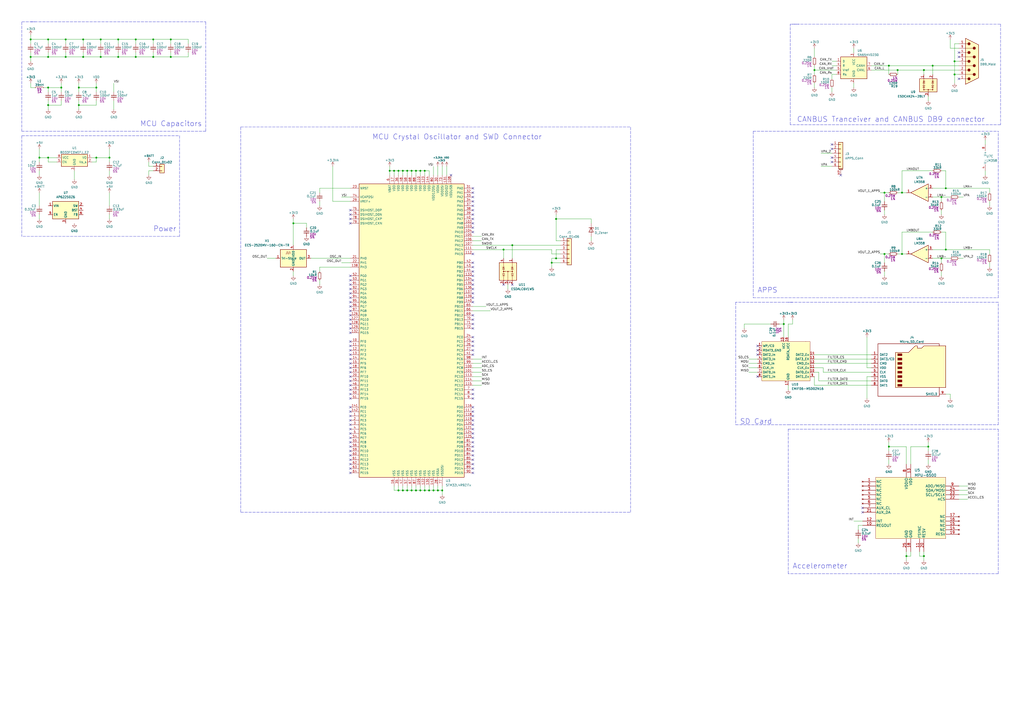
<source format=kicad_sch>
(kicad_sch (version 20211123) (generator eeschema)
  (paper "A2")
  (title_block (title "Electric Vehicle Control Unit") (date "2022-11-19") (rev "A") (company "ECE 490 Group 1"))
  (junction (at 251.46 284.48))
  (junction (at 553.72 35.56))
  (junction (at 233.68 99.06))
  (junction (at 236.22 99.06))
  (junction (at 320.04 152.4))
  (junction (at 99.06 22.86))
  (junction (at 238.76 284.48))
  (junction (at 256.54 284.48))
  (junction (at 548.64 109.22))
  (junction (at 27.94 50.8))
  (junction (at 99.06 33.02))
  (junction (at 243.84 99.06))
  (junction (at 472.44 40.64))
  (junction (at 88.9 22.86))
  (junction (at 55.88 91.44))
  (junction (at 78.74 33.02))
  (junction (at 231.14 99.06))
  (junction (at 553.72 43.18))
  (junction (at 228.6 99.06))
  (junction (at 538.48 259.08))
  (junction (at 48.26 33.02))
  (junction (at 243.84 284.48))
  (junction (at 27.94 60.96))
  (junction (at 17.78 33.02))
  (junction (at 68.58 33.02))
  (junction (at 548.64 144.78))
  (junction (at 27.94 33.02))
  (junction (at 22.86 91.44))
  (junction (at 523.24 147.32))
  (junction (at 78.74 22.86))
  (junction (at 535.94 40.64))
  (junction (at 231.14 284.48))
  (junction (at 63.5 91.44))
  (junction (at 520.7 40.64))
  (junction (at 525.78 322.58))
  (junction (at 246.38 99.06))
  (junction (at 35.56 50.8))
  (junction (at 523.24 111.76))
  (junction (at 238.76 99.06))
  (junction (at 38.1 22.86))
  (junction (at 48.26 22.86))
  (junction (at 546.1 149.86))
  (junction (at 515.62 38.1))
  (junction (at 515.62 259.08))
  (junction (at 241.3 284.48))
  (junction (at 236.22 284.48))
  (junction (at 27.94 91.44))
  (junction (at 58.42 33.02))
  (junction (at 55.88 50.8))
  (junction (at 226.06 99.06))
  (junction (at 513.08 147.32))
  (junction (at 513.08 111.76))
  (junction (at 254 284.48))
  (junction (at 322.58 127))
  (junction (at 45.72 60.96))
  (junction (at 27.94 22.86))
  (junction (at 292.1 144.78))
  (junction (at 38.1 33.02))
  (junction (at 17.78 22.86))
  (junction (at 170.18 129.54))
  (junction (at 241.3 99.06))
  (junction (at 58.42 22.86))
  (junction (at 88.9 33.02))
  (junction (at 535.94 322.58))
  (junction (at 546.1 114.3))
  (junction (at 454.66 187.96))
  (junction (at 233.68 284.48))
  (junction (at 248.92 284.48))
  (junction (at 541.02 38.1))
  (junction (at 246.38 284.48))
  (junction (at 68.58 22.86))
  (junction (at 45.72 50.8))
  (junction (at 297.18 142.24))
  (junction (at 322.58 149.86))
  (no_connect (at 439.42 200.66))
  (no_connect (at 203.2 170.18))
  (no_connect (at 203.2 175.26))
  (no_connect (at 203.2 172.72))
  (no_connect (at 203.2 180.34))
  (no_connect (at 203.2 177.8))
  (no_connect (at 203.2 218.44))
  (no_connect (at 203.2 215.9))
  (no_connect (at 203.2 228.6))
  (no_connect (at 203.2 205.74))
  (no_connect (at 203.2 185.42))
  (no_connect (at 203.2 187.96))
  (no_connect (at 203.2 190.5))
  (no_connect (at 203.2 193.04))
  (no_connect (at 203.2 203.2))
  (no_connect (at 203.2 198.12))
  (no_connect (at 203.2 200.66))
  (no_connect (at 203.2 182.88))
  (no_connect (at 203.2 167.64))
  (no_connect (at 203.2 160.02))
  (no_connect (at 203.2 165.1))
  (no_connect (at 203.2 162.56))
  (no_connect (at 274.32 269.24))
  (no_connect (at 274.32 271.78))
  (no_connect (at 274.32 274.32))
  (no_connect (at 203.2 274.32))
  (no_connect (at 203.2 246.38))
  (no_connect (at 203.2 241.3))
  (no_connect (at 203.2 238.76))
  (no_connect (at 203.2 243.84))
  (no_connect (at 203.2 236.22))
  (no_connect (at 203.2 231.14))
  (no_connect (at 203.2 223.52))
  (no_connect (at 203.2 208.28))
  (no_connect (at 203.2 213.36))
  (no_connect (at 203.2 226.06))
  (no_connect (at 203.2 220.98))
  (no_connect (at 203.2 210.82))
  (no_connect (at 203.2 254))
  (no_connect (at 203.2 248.92))
  (no_connect (at 203.2 251.46))
  (no_connect (at 203.2 256.54))
  (no_connect (at 203.2 261.62))
  (no_connect (at 203.2 259.08))
  (no_connect (at 203.2 266.7))
  (no_connect (at 203.2 271.78))
  (no_connect (at 203.2 264.16))
  (no_connect (at 203.2 269.24))
  (no_connect (at 274.32 256.54))
  (no_connect (at 274.32 259.08))
  (no_connect (at 274.32 261.62))
  (no_connect (at 274.32 266.7))
  (no_connect (at 274.32 254))
  (no_connect (at 274.32 264.16))
  (no_connect (at 274.32 251.46))
  (no_connect (at 274.32 248.92))
  (no_connect (at 274.32 243.84))
  (no_connect (at 203.2 121.92))
  (no_connect (at 203.2 127))
  (no_connect (at 203.2 129.54))
  (no_connect (at 203.2 124.46))
  (no_connect (at 439.42 203.2))
  (no_connect (at 297.18 165.1))
  (no_connect (at 292.1 165.1))
  (no_connect (at 274.32 187.96))
  (no_connect (at 274.32 190.5))
  (no_connect (at 274.32 116.84))
  (no_connect (at 261.62 101.6))
  (no_connect (at 274.32 109.22))
  (no_connect (at 274.32 111.76))
  (no_connect (at 274.32 114.3))
  (no_connect (at 274.32 134.62))
  (no_connect (at 274.32 132.08))
  (no_connect (at 274.32 127))
  (no_connect (at 274.32 129.54))
  (no_connect (at 274.32 121.92))
  (no_connect (at 274.32 124.46))
  (no_connect (at 274.32 119.38))
  (no_connect (at 274.32 162.56))
  (no_connect (at 274.32 175.26))
  (no_connect (at 274.32 165.1))
  (no_connect (at 274.32 170.18))
  (no_connect (at 274.32 172.72))
  (no_connect (at 274.32 167.64))
  (no_connect (at 274.32 185.42))
  (no_connect (at 274.32 157.48))
  (no_connect (at 274.32 160.02))
  (no_connect (at 274.32 152.4))
  (no_connect (at 274.32 147.32))
  (no_connect (at 274.32 182.88))
  (no_connect (at 274.32 154.94))
  (no_connect (at 274.32 195.58))
  (no_connect (at 274.32 198.12))
  (no_connect (at 274.32 203.2))
  (no_connect (at 274.32 205.74))
  (no_connect (at 274.32 200.66))
  (no_connect (at 274.32 228.6))
  (no_connect (at 274.32 226.06))
  (no_connect (at 274.32 231.14))
  (no_connect (at 274.32 246.38))
  (no_connect (at 274.32 241.3))
  (no_connect (at 274.32 238.76))
  (no_connect (at 274.32 236.22))
  (no_connect (at 482.6 91.44))
  (no_connect (at 482.6 93.98))
  (no_connect (at 482.6 83.82))
  (no_connect (at 482.6 86.36))
  (no_connect (at 556.26 30.48))
  (no_connect (at 556.26 33.02))
  (no_connect (at 556.26 45.72))
  (no_connect (at 500.38 294.64))
  (no_connect (at 500.38 297.18))
  (no_connect (at 487.68 101.6))
  (no_connect (at 439.42 218.44))
  (no_connect (at 439.42 205.74))
  (wire (pts (xy 274.32 220.98) (xy 279.4 220.98)))
  (wire (pts (xy 274.32 213.36) (xy 279.4 213.36)))
  (wire (pts (xy 482.6 35.56) (xy 485.14 35.56)))
  (wire (pts (xy 254 96.52) (xy 254 101.6)))
  (polyline (pts (xy 579.12 172.72) (xy 579.12 76.2)))
  (wire (pts (xy 474.98 220.98) (xy 505.46 220.98)))
  (wire (pts (xy 452.12 187.96) (xy 454.66 187.96)))
  (wire (pts (xy 294.64 167.64) (xy 294.64 165.1)))
  (wire (pts (xy 27.94 50.8) (xy 35.56 50.8)))
  (wire (pts (xy 99.06 30.48) (xy 99.06 33.02)))
  (wire (pts (xy 251.46 284.48) (xy 248.92 284.48)))
  (wire (pts (xy 154.94 149.86) (xy 160.02 149.86)))
  (wire (pts (xy 55.88 50.8) (xy 45.72 50.8)))
  (wire (pts (xy 248.92 284.48) (xy 246.38 284.48)))
  (wire (pts (xy 297.18 142.24) (xy 325.12 142.24)))
  (polyline (pts (xy 436.88 76.2) (xy 579.12 76.2)))
  (wire (pts (xy 55.88 91.44) (xy 63.5 91.44)))
  (wire (pts (xy 571.5 101.6) (xy 571.5 99.06)))
  (wire (pts (xy 548.64 109.22) (xy 541.02 109.22)))
  (polyline (pts (xy 12.7 78.74) (xy 104.14 78.74)))
  (wire (pts (xy 109.22 22.86) (xy 109.22 25.4)))
  (wire (pts (xy 88.9 22.86) (xy 99.06 22.86)))
  (polyline (pts (xy 12.7 12.7) (xy 20.32 12.7)))
  (wire (pts (xy 457.2 226.06) (xy 457.2 223.52)))
  (wire (pts (xy 226.06 99.06) (xy 226.06 101.6)))
  (wire (pts (xy 78.74 33.02) (xy 68.58 33.02)))
  (wire (pts (xy 243.84 99.06) (xy 241.3 99.06)))
  (wire (pts (xy 556.26 27.94) (xy 551.18 27.94)))
  (wire (pts (xy 574.04 144.78) (xy 574.04 147.32)))
  (wire (pts (xy 325.12 152.4) (xy 320.04 152.4)))
  (wire (pts (xy 251.46 96.52) (xy 251.46 101.6)))
  (wire (pts (xy 17.78 50.8) (xy 20.32 50.8)))
  (wire (pts (xy 320.04 149.86) (xy 320.04 152.4)))
  (wire (pts (xy 45.72 48.26) (xy 45.72 50.8)))
  (wire (pts (xy 231.14 281.94) (xy 231.14 284.48)))
  (wire (pts (xy 256.54 284.48) (xy 254 284.48)))
  (wire (pts (xy 246.38 284.48) (xy 243.84 284.48)))
  (wire (pts (xy 259.08 96.52) (xy 259.08 101.6)))
  (wire (pts (xy 342.9 139.7) (xy 342.9 137.16)))
  (wire (pts (xy 515.62 147.32) (xy 513.08 147.32)))
  (wire (pts (xy 256.54 281.94) (xy 256.54 284.48)))
  (wire (pts (xy 231.14 284.48) (xy 228.6 284.48)))
  (wire (pts (xy 528.32 259.08) (xy 528.32 269.24)))
  (wire (pts (xy 274.32 218.44) (xy 279.4 218.44)))
  (wire (pts (xy 78.74 22.86) (xy 88.9 22.86)))
  (wire (pts (xy 274.32 142.24) (xy 297.18 142.24)))
  (wire (pts (xy 546.1 99.06) (xy 548.64 99.06)))
  (polyline (pts (xy 579.12 246.38) (xy 579.12 175.26)))
  (wire (pts (xy 63.5 101.6) (xy 63.5 99.06)))
  (wire (pts (xy 546.1 157.48) (xy 546.1 160.02)))
  (wire (pts (xy 482.6 53.34) (xy 482.6 50.8)))
  (wire (pts (xy 292.1 144.78) (xy 292.1 149.86)))
  (wire (pts (xy 558.8 149.86) (xy 556.26 149.86)))
  (wire (pts (xy 551.18 228.6) (xy 551.18 231.14)))
  (wire (pts (xy 525.78 320.04) (xy 525.78 322.58)))
  (polyline (pts (xy 579.12 175.26) (xy 457.2 175.26)))
  (wire (pts (xy 553.72 35.56) (xy 553.72 43.18)))
  (wire (pts (xy 238.76 284.48) (xy 236.22 284.48)))
  (wire (pts (xy 513.08 111.76) (xy 510.54 111.76)))
  (wire (pts (xy 68.58 33.02) (xy 58.42 33.02)))
  (wire (pts (xy 525.78 322.58) (xy 528.32 322.58)))
  (wire (pts (xy 546.1 149.86) (xy 541.02 149.86)))
  (wire (pts (xy 27.94 33.02) (xy 17.78 33.02)))
  (polyline (pts (xy 579.12 332.74) (xy 457.2 332.74)))
  (wire (pts (xy 495.3 302.26) (xy 500.38 302.26)))
  (wire (pts (xy 472.44 40.64) (xy 472.44 43.18)))
  (wire (pts (xy 53.34 91.44) (xy 55.88 91.44)))
  (wire (pts (xy 254 284.48) (xy 251.46 284.48)))
  (wire (pts (xy 497.84 304.8) (xy 497.84 307.34)))
  (wire (pts (xy 66.04 53.34) (xy 66.04 48.26)))
  (polyline (pts (xy 459.74 13.97) (xy 580.39 13.97)))
  (wire (pts (xy 58.42 22.86) (xy 58.42 25.4)))
  (wire (pts (xy 35.56 48.26) (xy 35.56 50.8)))
  (wire (pts (xy 17.78 22.86) (xy 17.78 25.4)))
  (wire (pts (xy 45.72 50.8) (xy 45.72 53.34)))
  (polyline (pts (xy 436.88 172.72) (xy 579.12 172.72)))
  (wire (pts (xy 571.5 81.28) (xy 571.5 83.82)))
  (wire (pts (xy 546.1 114.3) (xy 546.1 116.84)))
  (wire (pts (xy 505.46 38.1) (xy 515.62 38.1)))
  (polyline (pts (xy 119.38 12.7) (xy 119.38 76.2)))
  (wire (pts (xy 33.02 93.98) (xy 27.94 93.98)))
  (wire (pts (xy 238.76 99.06) (xy 238.76 101.6)))
  (wire (pts (xy 99.06 33.02) (xy 88.9 33.02)))
  (wire (pts (xy 238.76 281.94) (xy 238.76 284.48)))
  (wire (pts (xy 27.94 50.8) (xy 27.94 53.34)))
  (wire (pts (xy 236.22 99.06) (xy 233.68 99.06)))
  (wire (pts (xy 17.78 30.48) (xy 17.78 33.02)))
  (wire (pts (xy 515.62 38.1) (xy 515.62 43.18)))
  (wire (pts (xy 535.94 40.64) (xy 535.94 43.18)))
  (wire (pts (xy 513.08 124.46) (xy 513.08 121.92)))
  (wire (pts (xy 53.34 93.98) (xy 55.88 93.98)))
  (wire (pts (xy 231.14 99.06) (xy 231.14 101.6)))
  (wire (pts (xy 574.04 144.78) (xy 548.64 144.78)))
  (polyline (pts (xy 436.88 76.2) (xy 436.88 172.72)))
  (wire (pts (xy 185.42 109.22) (xy 203.2 109.22)))
  (wire (pts (xy 574.04 116.84) (xy 574.04 119.38)))
  (wire (pts (xy 574.04 109.22) (xy 548.64 109.22)))
  (wire (pts (xy 472.44 50.8) (xy 472.44 48.26)))
  (wire (pts (xy 342.9 129.54) (xy 342.9 127)))
  (wire (pts (xy 485.14 43.18) (xy 482.6 43.18)))
  (wire (pts (xy 88.9 30.48) (xy 88.9 33.02)))
  (wire (pts (xy 502.92 218.44) (xy 505.46 218.44)))
  (polyline (pts (xy 458.47 72.39) (xy 458.47 13.97)))
  (polyline (pts (xy 579.12 248.92) (xy 579.12 332.74)))
  (wire (pts (xy 574.04 152.4) (xy 574.04 154.94)))
  (wire (pts (xy 170.18 129.54) (xy 177.8 129.54)))
  (wire (pts (xy 55.88 48.26) (xy 55.88 50.8)))
  (wire (pts (xy 525.78 147.32) (xy 523.24 147.32)))
  (wire (pts (xy 515.62 111.76) (xy 513.08 111.76)))
  (wire (pts (xy 274.32 210.82) (xy 279.4 210.82)))
  (wire (pts (xy 274.32 144.78) (xy 292.1 144.78)))
  (wire (pts (xy 482.6 38.1) (xy 485.14 38.1)))
  (wire (pts (xy 525.78 111.76) (xy 523.24 111.76)))
  (wire (pts (xy 551.18 114.3) (xy 546.1 114.3)))
  (wire (pts (xy 58.42 33.02) (xy 48.26 33.02)))
  (wire (pts (xy 513.08 147.32) (xy 510.54 147.32)))
  (wire (pts (xy 254 281.94) (xy 254 284.48)))
  (wire (pts (xy 27.94 58.42) (xy 27.94 60.96)))
  (wire (pts (xy 434.34 215.9) (xy 439.42 215.9)))
  (wire (pts (xy 497.84 314.96) (xy 497.84 312.42)))
  (wire (pts (xy 243.84 99.06) (xy 243.84 101.6)))
  (wire (pts (xy 55.88 60.96) (xy 45.72 60.96)))
  (polyline (pts (xy 426.72 246.38) (xy 457.2 246.38)))
  (wire (pts (xy 248.92 101.6) (xy 248.92 99.06)))
  (wire (pts (xy 58.42 30.48) (xy 58.42 33.02)))
  (wire (pts (xy 228.6 99.06) (xy 228.6 101.6)))
  (wire (pts (xy 520.7 40.64) (xy 520.7 43.18)))
  (wire (pts (xy 515.62 259.08) (xy 515.62 261.62)))
  (polyline (pts (xy 457.2 248.92) (xy 579.12 248.92)))
  (wire (pts (xy 553.72 43.18) (xy 553.72 48.26)))
  (wire (pts (xy 17.78 48.26) (xy 17.78 50.8)))
  (wire (pts (xy 320.04 152.4) (xy 320.04 154.94)))
  (wire (pts (xy 548.64 144.78) (xy 541.02 144.78)))
  (wire (pts (xy 472.44 208.28) (xy 505.46 208.28)))
  (wire (pts (xy 476.25 88.9) (xy 482.6 88.9)))
  (wire (pts (xy 538.48 259.08) (xy 538.48 261.62)))
  (wire (pts (xy 472.44 205.74) (xy 505.46 205.74)))
  (wire (pts (xy 17.78 33.02) (xy 17.78 35.56)))
  (wire (pts (xy 27.94 60.96) (xy 35.56 60.96)))
  (wire (pts (xy 48.26 22.86) (xy 48.26 25.4)))
  (wire (pts (xy 238.76 99.06) (xy 236.22 99.06)))
  (polyline (pts (xy 17.78 12.7) (xy 119.38 12.7)))
  (polyline (pts (xy 104.14 78.74) (xy 104.14 137.16)))
  (wire (pts (xy 500.38 304.8) (xy 497.84 304.8)))
  (wire (pts (xy 243.84 281.94) (xy 243.84 284.48)))
  (wire (pts (xy 546.1 134.62) (xy 548.64 134.62)))
  (wire (pts (xy 574.04 109.22) (xy 574.04 111.76)))
  (wire (pts (xy 78.74 30.48) (xy 78.74 33.02)))
  (wire (pts (xy 236.22 281.94) (xy 236.22 284.48)))
  (wire (pts (xy 246.38 281.94) (xy 246.38 284.48)))
  (wire (pts (xy 553.72 25.4) (xy 553.72 35.56)))
  (wire (pts (xy 233.68 99.06) (xy 231.14 99.06)))
  (wire (pts (xy 551.18 22.86) (xy 551.18 27.94)))
  (wire (pts (xy 434.34 213.36) (xy 439.42 213.36)))
  (wire (pts (xy 535.94 322.58) (xy 535.94 325.12)))
  (wire (pts (xy 109.22 33.02) (xy 99.06 33.02)))
  (wire (pts (xy 55.88 58.42) (xy 55.88 60.96)))
  (wire (pts (xy 533.4 320.04) (xy 533.4 322.58)))
  (wire (pts (xy 281.94 177.8) (xy 274.32 177.8)))
  (wire (pts (xy 99.06 22.86) (xy 109.22 22.86)))
  (wire (pts (xy 246.38 99.06) (xy 246.38 101.6)))
  (wire (pts (xy 474.98 220.98) (xy 474.98 215.9)))
  (wire (pts (xy 63.5 91.44) (xy 63.5 93.98)))
  (wire (pts (xy 109.22 30.48) (xy 109.22 33.02)))
  (wire (pts (xy 274.32 208.28) (xy 279.4 208.28)))
  (wire (pts (xy 231.14 99.06) (xy 228.6 99.06)))
  (polyline (pts (xy 580.39 72.39) (xy 458.47 72.39)))
  (wire (pts (xy 556.26 281.94) (xy 561.34 281.94)))
  (wire (pts (xy 495.3 27.94) (xy 495.3 30.48)))
  (wire (pts (xy 185.42 162.56) (xy 185.42 165.1)))
  (wire (pts (xy 193.04 96.52) (xy 193.04 116.84)))
  (wire (pts (xy 22.86 124.46) (xy 22.86 127)))
  (wire (pts (xy 22.86 91.44) (xy 22.86 93.98)))
  (wire (pts (xy 472.44 27.94) (xy 472.44 33.02)))
  (wire (pts (xy 22.86 111.76) (xy 22.86 119.38)))
  (wire (pts (xy 241.3 99.06) (xy 241.3 101.6)))
  (wire (pts (xy 556.26 284.48) (xy 561.34 284.48)))
  (wire (pts (xy 322.58 144.78) (xy 322.58 149.86)))
  (polyline (pts (xy 12.7 78.74) (xy 12.7 137.16)))
  (wire (pts (xy 434.34 210.82) (xy 439.42 210.82)))
  (wire (pts (xy 556.26 35.56) (xy 553.72 35.56)))
  (wire (pts (xy 88.9 99.06) (xy 86.36 99.06)))
  (wire (pts (xy 274.32 137.16) (xy 279.4 137.16)))
  (wire (pts (xy 538.48 256.54) (xy 538.48 259.08)))
  (wire (pts (xy 454.66 187.96) (xy 454.66 195.58)))
  (wire (pts (xy 55.88 93.98) (xy 55.88 91.44)))
  (wire (pts (xy 33.02 91.44) (xy 27.94 91.44)))
  (wire (pts (xy 22.86 86.36) (xy 22.86 91.44)))
  (polyline (pts (xy 457.2 332.74) (xy 457.2 248.92)))
  (wire (pts (xy 502.92 195.58) (xy 502.92 213.36)))
  (wire (pts (xy 251.46 281.94) (xy 251.46 284.48)))
  (wire (pts (xy 546.1 149.86) (xy 546.1 152.4)))
  (wire (pts (xy 551.18 149.86) (xy 546.1 149.86)))
  (wire (pts (xy 248.92 281.94) (xy 248.92 284.48)))
  (wire (pts (xy 558.8 114.3) (xy 556.26 114.3)))
  (polyline (pts (xy 12.7 76.2) (xy 12.7 12.7)))
  (wire (pts (xy 27.94 60.96) (xy 27.94 63.5)))
  (wire (pts (xy 548.64 134.62) (xy 548.64 144.78)))
  (wire (pts (xy 27.94 93.98) (xy 27.94 91.44)))
  (wire (pts (xy 170.18 160.02) (xy 170.18 157.48)))
  (wire (pts (xy 66.04 58.42) (xy 66.04 63.5)))
  (wire (pts (xy 38.1 30.48) (xy 38.1 33.02)))
  (wire (pts (xy 513.08 160.02) (xy 513.08 157.48)))
  (wire (pts (xy 292.1 144.78) (xy 320.04 144.78)))
  (wire (pts (xy 63.5 124.46) (xy 63.5 127)))
  (wire (pts (xy 325.12 144.78) (xy 322.58 144.78)))
  (wire (pts (xy 523.24 134.62) (xy 523.24 147.32)))
  (wire (pts (xy 502.92 218.44) (xy 502.92 231.14)))
  (wire (pts (xy 520.7 40.64) (xy 535.94 40.64)))
  (wire (pts (xy 226.06 96.52) (xy 226.06 99.06)))
  (wire (pts (xy 472.44 213.36) (xy 477.52 213.36)))
  (wire (pts (xy 185.42 109.22) (xy 185.42 111.76)))
  (polyline (pts (xy 459.74 175.26) (xy 426.72 175.26)))
  (wire (pts (xy 203.2 116.84) (xy 193.04 116.84)))
  (polyline (pts (xy 458.47 13.97) (xy 463.55 13.97)))
  (wire (pts (xy 523.24 99.06) (xy 523.24 111.76)))
  (wire (pts (xy 198.12 152.4) (xy 203.2 152.4)))
  (wire (pts (xy 88.9 22.86) (xy 88.9 25.4)))
  (wire (pts (xy 535.94 320.04) (xy 535.94 322.58)))
  (wire (pts (xy 99.06 22.86) (xy 99.06 25.4)))
  (wire (pts (xy 236.22 99.06) (xy 236.22 101.6)))
  (wire (pts (xy 233.68 281.94) (xy 233.68 284.48)))
  (wire (pts (xy 243.84 284.48) (xy 241.3 284.48)))
  (wire (pts (xy 27.94 22.86) (xy 17.78 22.86)))
  (wire (pts (xy 38.1 22.86) (xy 38.1 25.4)))
  (wire (pts (xy 472.44 223.52) (xy 505.46 223.52)))
  (wire (pts (xy 68.58 22.86) (xy 68.58 25.4)))
  (wire (pts (xy 35.56 50.8) (xy 35.56 53.34)))
  (wire (pts (xy 472.44 210.82) (xy 505.46 210.82)))
  (wire (pts (xy 88.9 33.02) (xy 78.74 33.02)))
  (wire (pts (xy 457.2 187.96) (xy 457.2 195.58)))
  (wire (pts (xy 513.08 147.32) (xy 513.08 152.4)))
  (wire (pts (xy 556.26 287.02) (xy 561.34 287.02)))
  (polyline (pts (xy 139.7 297.18) (xy 365.76 297.18)))
  (wire (pts (xy 523.24 147.32) (xy 520.7 147.32)))
  (wire (pts (xy 233.68 284.48) (xy 231.14 284.48)))
  (wire (pts (xy 274.32 223.52) (xy 279.4 223.52)))
  (wire (pts (xy 27.94 22.86) (xy 38.1 22.86)))
  (wire (pts (xy 256.54 284.48) (xy 256.54 287.02)))
  (wire (pts (xy 88.9 96.52) (xy 86.36 96.52)))
  (wire (pts (xy 180.34 149.86) (xy 203.2 149.86)))
  (polyline (pts (xy 365.76 297.18) (xy 365.76 73.66)))
  (wire (pts (xy 297.18 142.24) (xy 297.18 149.86)))
  (wire (pts (xy 48.26 22.86) (xy 58.42 22.86)))
  (wire (pts (xy 457.2 187.96) (xy 459.74 187.96)))
  (wire (pts (xy 170.18 127) (xy 170.18 129.54)))
  (wire (pts (xy 322.58 127) (xy 342.9 127)))
  (wire (pts (xy 241.3 281.94) (xy 241.3 284.48)))
  (wire (pts (xy 58.42 22.86) (xy 68.58 22.86)))
  (wire (pts (xy 17.78 20.32) (xy 17.78 22.86)))
  (wire (pts (xy 27.94 25.4) (xy 27.94 22.86)))
  (wire (pts (xy 528.32 320.04) (xy 528.32 322.58)))
  (wire (pts (xy 233.68 99.06) (xy 233.68 101.6)))
  (wire (pts (xy 284.48 180.34) (xy 274.32 180.34)))
  (polyline (pts (xy 139.7 73.66) (xy 139.7 297.18)))
  (wire (pts (xy 431.8 187.96) (xy 431.8 190.5)))
  (wire (pts (xy 459.74 185.42) (xy 459.74 187.96)))
  (wire (pts (xy 246.38 99.06) (xy 243.84 99.06)))
  (wire (pts (xy 502.92 213.36) (xy 505.46 213.36)))
  (wire (pts (xy 198.12 114.3) (xy 203.2 114.3)))
  (wire (pts (xy 515.62 269.24) (xy 515.62 266.7)))
  (wire (pts (xy 45.72 58.42) (xy 45.72 60.96)))
  (wire (pts (xy 477.52 213.36) (xy 477.52 215.9)))
  (wire (pts (xy 495.3 50.8) (xy 495.3 48.26)))
  (wire (pts (xy 513.08 111.76) (xy 513.08 116.84)))
  (wire (pts (xy 170.18 129.54) (xy 170.18 142.24)))
  (wire (pts (xy 535.94 40.64) (xy 556.26 40.64)))
  (wire (pts (xy 86.36 93.98) (xy 86.36 96.52)))
  (wire (pts (xy 256.54 96.52) (xy 256.54 101.6)))
  (wire (pts (xy 546.1 114.3) (xy 541.02 114.3)))
  (wire (pts (xy 472.44 40.64) (xy 485.14 40.64)))
  (wire (pts (xy 533.4 322.58) (xy 535.94 322.58)))
  (wire (pts (xy 538.48 58.42) (xy 538.48 55.88)))
  (wire (pts (xy 505.46 40.64) (xy 520.7 40.64)))
  (polyline (pts (xy 119.38 76.2) (xy 12.7 76.2)))
  (wire (pts (xy 38.1 22.86) (xy 48.26 22.86)))
  (wire (pts (xy 434.34 208.28) (xy 439.42 208.28)))
  (wire (pts (xy 472.44 218.44) (xy 472.44 223.52)))
  (wire (pts (xy 22.86 99.06) (xy 22.86 101.6)))
  (wire (pts (xy 48.26 30.48) (xy 48.26 33.02)))
  (wire (pts (xy 525.78 259.08) (xy 525.78 269.24)))
  (wire (pts (xy 35.56 58.42) (xy 35.56 60.96)))
  (wire (pts (xy 228.6 99.06) (xy 226.06 99.06)))
  (wire (pts (xy 86.36 99.06) (xy 86.36 101.6)))
  (wire (pts (xy 538.48 269.24) (xy 538.48 266.7)))
  (wire (pts (xy 541.02 99.06) (xy 523.24 99.06)))
  (wire (pts (xy 45.72 60.96) (xy 45.72 63.5)))
  (wire (pts (xy 228.6 284.48) (xy 228.6 281.94)))
  (wire (pts (xy 320.04 144.78) (xy 320.04 147.32)))
  (wire (pts (xy 325.12 149.86) (xy 322.58 149.86)))
  (wire (pts (xy 561.34 289.56) (xy 556.26 289.56)))
  (polyline (pts (xy 580.39 13.97) (xy 580.39 72.39)))
  (wire (pts (xy 472.44 38.1) (xy 472.44 40.64)))
  (wire (pts (xy 556.26 25.4) (xy 553.72 25.4)))
  (wire (pts (xy 48.26 33.02) (xy 38.1 33.02)))
  (wire (pts (xy 546.1 121.92) (xy 546.1 124.46)))
  (wire (pts (xy 78.74 22.86) (xy 78.74 25.4)))
  (wire (pts (xy 482.6 43.18) (xy 482.6 45.72)))
  (wire (pts (xy 241.3 99.06) (xy 238.76 99.06)))
  (wire (pts (xy 525.78 322.58) (xy 525.78 325.12)))
  (wire (pts (xy 476.25 96.52) (xy 482.6 96.52)))
  (wire (pts (xy 515.62 38.1) (xy 541.02 38.1)))
  (polyline (pts (xy 139.7 73.66) (xy 365.76 73.66)))
  (wire (pts (xy 185.42 154.94) (xy 185.42 157.48)))
  (wire (pts (xy 553.72 43.18) (xy 556.26 43.18)))
  (wire (pts (xy 185.42 119.38) (xy 185.42 116.84)))
  (wire (pts (xy 38.1 33.02) (xy 27.94 33.02)))
  (wire (pts (xy 541.02 38.1) (xy 556.26 38.1)))
  (wire (pts (xy 236.22 284.48) (xy 233.68 284.48)))
  (wire (pts (xy 274.32 215.9) (xy 279.4 215.9)))
  (wire (pts (xy 548.64 228.6) (xy 551.18 228.6)))
  (wire (pts (xy 248.92 99.06) (xy 246.38 99.06)))
  (wire (pts (xy 25.4 50.8) (xy 27.94 50.8)))
  (wire (pts (xy 525.78 259.08) (xy 515.62 259.08)))
  (wire (pts (xy 27.94 33.02) (xy 27.94 30.48)))
  (polyline (pts (xy 104.14 137.16) (xy 12.7 137.16)))
  (wire (pts (xy 548.64 99.06) (xy 548.64 109.22)))
  (wire (pts (xy 454.66 185.42) (xy 454.66 187.96)))
  (wire (pts (xy 515.62 256.54) (xy 515.62 259.08)))
  (wire (pts (xy 241.3 284.48) (xy 238.76 284.48)))
  (wire (pts (xy 68.58 30.48) (xy 68.58 33.02)))
  (wire (pts (xy 528.32 259.08) (xy 538.48 259.08)))
  (polyline (pts (xy 426.72 175.26) (xy 426.72 246.38)))
  (wire (pts (xy 177.8 129.54) (xy 177.8 132.08)))
  (wire (pts (xy 322.58 124.46) (xy 322.58 127)))
  (wire (pts (xy 68.58 22.86) (xy 78.74 22.86)))
  (wire (pts (xy 472.44 215.9) (xy 474.98 215.9)))
  (wire (pts (xy 203.2 154.94) (xy 185.42 154.94)))
  (wire (pts (xy 322.58 149.86) (xy 320.04 149.86)))
  (polyline (pts (xy 457.2 246.38) (xy 579.12 246.38)))
  (wire (pts (xy 541.02 38.1) (xy 541.02 43.18)))
  (wire (pts (xy 541.02 134.62) (xy 523.24 134.62)))
  (wire (pts (xy 27.94 91.44) (xy 22.86 91.44)))
  (wire (pts (xy 447.04 187.96) (xy 431.8 187.96)))
  (wire (pts (xy 63.5 111.76) (xy 63.5 119.38)))
  (wire (pts (xy 320.04 147.32) (xy 325.12 147.32)))
  (wire (pts (xy 477.52 215.9) (xy 505.46 215.9)))
  (wire (pts (xy 55.88 53.34) (xy 55.88 50.8)))
  (wire (pts (xy 322.58 127) (xy 322.58 139.7)))
  (wire (pts (xy 43.18 99.06) (xy 43.18 104.14)))
  (wire (pts (xy 523.24 111.76) (xy 520.7 111.76)))
  (wire (pts (xy 274.32 139.7) (xy 279.4 139.7)))
  (wire (pts (xy 63.5 86.36) (xy 63.5 91.44)))
  (wire (pts (xy 325.12 139.7) (xy 322.58 139.7)))
  (text "Accelerometer" (at 459.74 330.2 0) (effects (font (size 3 3)) (justify left bottom)))
  (text "SD Card\n" (at 429.26 246.38 0) (effects (font (size 3 3)) (justify left bottom)))
  (text "Power \n" (at 88.9 134.62 0) (effects (font (size 3 3)) (justify left bottom)))
  (text "MCU Capacitors\n" (at 81.28 73.66 0) (effects (font (size 3 3)) (justify left bottom)))
  (text "CANBUS Tranceiver and CANBUS DB9 connector" (at 462.28 71.12 0) (effects (font (size 3 3)) (justify left bottom)))
  (text "APPS\n" (at 439.42 170.18 0) (effects (font (size 3 3)) (justify left bottom)))
  (text "MCU Crystal Oscillator and SWD Connector\n" (at 215.9 81.28 0) (effects (font (size 3 3)) (justify left bottom)))
  (label "LMBOUT" (at 525.78 134.62 0))
  (label "LMB-" (at 543.56 149.86 0))
  (label "VPA" (at 558.8 114.3 0))
  (label "SD_CS" (at 434.34 208.28 180))
  (label "FILTER_DAT1" (at 480.06 223.52 0))
  (label "SWCLK" (at 281.94 144.78 0))
  (label "CAN_TX" (at 482.6 35.56 180))
  (label "MOSI" (at 434.34 210.82 180))
  (label "SCK" (at 561.34 287.02 0))
  (label "ACCEL_CS" (at 279.4 210.82 0))
  (label "SWDIO" (at 279.4 142.24 0))
  (label "INT" (at 279.4 208.28 0))
  (label "VPA_2" (at 558.8 149.86 0))
  (label "FILTER_CS" (at 480.06 208.28 0))
  (label "VPA" (at 476.25 96.52 0))
  (label "MOSI" (at 279.4 223.52 0))
  (label "OSC_IN" (at 198.12 149.86 180))
  (label "CAN_H" (at 513.08 38.1 180))
  (label "LMB+" (at 558.8 144.78 0))
  (label "VOUT_2_APPS" (at 284.48 180.34 0))
  (label "VSI" (at 198.12 114.3 0))
  (label "CAN_RX" (at 482.6 38.1 180))
  (label "CAN_Vref" (at 474.98 40.64 0))
  (label "MISO" (at 561.34 281.94 0))
  (label "CAN_L" (at 513.08 40.64 180))
  (label "FILTER_CMD" (at 480.06 210.82 0))
  (label "LMA-" (at 543.56 114.3 0))
  (label "VOUT_2_APPS" (at 510.54 147.32 180))
  (label "MISO" (at 279.4 220.98 0))
  (label "CAN_RX" (at 279.4 137.16 0))
  (label "SCK" (at 279.4 218.44 0))
  (label "VSI" (at 251.46 96.52 180))
  (label "FILTER_CLK" (at 480.06 215.9 0))
  (label "INT" (at 495.3 302.26 180))
  (label "LMAOUT" (at 525.78 99.06 0))
  (label "FILTER_DAT0" (at 480.06 220.98 0))
  (label "CAN_Rs" (at 482.6 43.18 180))
  (label "OSC_OUT" (at 154.94 149.86 180))
  (label "OSC_OUT" (at 198.12 152.4 180))
  (label "VSI" (at 66.04 48.26 0))
  (label "VOUT_1_APPS" (at 510.54 111.76 180))
  (label "LMA+" (at 558.8 109.22 0))
  (label "ACCEL_CS" (at 561.34 289.56 0))
  (label "MISO" (at 434.34 215.9 180))
  (label "VPA_2" (at 476.25 88.9 0))
  (label "SCK" (at 434.34 213.36 180))
  (label "CAN_TX" (at 279.4 139.7 0))
  (label "VOUT_1_APPS" (at 281.94 177.8 0))
  (label "ADC_CS" (at 279.4 213.36 0))
  (label "SD_CS" (at 279.4 215.9 0))
  (label "MOSI" (at 561.34 284.48 0))
  (symbol (lib_id "Device:C_Small") (at 17.78 27.94 0) (unit 1)
    (property "Reference" "C1" (at 19.685 25.5 0) (effects (justify left)))
    (property "Value" "4.7uF" (at 19.685 27.432 0) (effects (justify left)))
    (property "Tolerance" "5%" (at 21.082 30.861 0))
    (property "Rating" "10V" (at 19.812 29.21 0) (effects (justify left)))
  )
  (symbol (lib_id "Device:C_Small") (at 27.94 27.94 0) (unit 1)
    (property "Reference" "C4" (at 29.845 25.5 0) (effects (justify left)))
    (property "Value" "100nF" (at 29.935 27.432 0) (effects (justify left)))
    (property "Footprint" "Capacitor_SMD:C_0603_1608Metric_Pad1.08x0.95mm_HandSolder" (effects hide))
    (property "Rating" "10V" (at 29.845 29.21 0) (effects (justify left)))
    (property "Tolerance" "5%" (at 29.845 30.861 0) (effects (justify left)))
  )
  (symbol (lib_id "power:GND") (at 495.3 50.8 0) (unit 1)
    (property "Reference" "#PWR053" (effects hide))
    (property "Value" "GND" (at 495.3 55.2434 0))
  )
  (symbol (lib_id "power:GND") (at 66.04 63.5 0) (unit 1)
    (property "Reference" "#PWR023" (effects hide))
    (property "Value" "GND" (at 66.04 67.9434 0))
  )
  (symbol (lib_id "Device:C_Small") (at 63.5 121.92 0) (unit 1)
    (property "Reference" "C13" (at 65.405 119.48 0) (effects (justify left)))
    (property "Value" "0.33uF" (at 65.495 121.412 0) (effects (justify left)))
    (property "Footprint" "Capacitor_SMD:C_0603_1608Metric_Pad1.08x0.95mm_HandSolder" (effects hide))
    (property "Rating" "10V" (at 65.405 123.19 0) (effects (justify left)))
    (property "Tolerance" "5%" (at 65.405 124.841 0) (effects (justify left)))
  )
  (symbol (lib_id "power:+3.3V") (at 454.66 185.42 0) (unit 1)
    (property "Reference" "#PWR068" (effects hide))
    (property "Value" "+3.3V" (at 454.66 181.8442 0))
  )
  (symbol (lib_id "power:VDD") (at 55.88 48.26 0) (unit 1)
    (property "Reference" "#PWR016" (effects hide))
    (property "Value" "VDD" (at 55.88 44.6842 0))
  )
  (symbol (lib_id "Device:C_Small") (at 38.1 27.94 0) (unit 1)
    (property "Reference" "C7" (at 40.005 25.5 0) (effects (justify left)))
    (property "Value" "100nF" (at 40.095 27.432 0) (effects (justify left)))
    (property "Footprint" "Capacitor_SMD:C_0603_1608Metric_Pad1.08x0.95mm_HandSolder" (effects hide))
    (property "Rating" "10V" (at 40.005 29.21 0) (effects (justify left)))
    (property "Tolerance" "5%" (at 40.005 30.861 0) (effects (justify left)))
  )
  (symbol (lib_id "power:+3.3V") (at 256.54 96.52 0) (unit 1)
    (property "Reference" "#PWR032" (effects hide))
    (property "Value" "+3.3V" (at 254 93.04 0) (effects (font (size 1 1)) (justify left)))
  )
  (symbol (lib_id "power:GND") (at 497.84 314.96 0) (mirror y) (unit 1)
    (property "Reference" "#PWR041" (effects hide))
    (property "Value" "GND" (at 497.84 319.4034 0))
  )
  (symbol (lib_id "Device:C_Small") (at 99.06 27.94 0) (unit 1)
    (property "Reference" "C18" (at 100.965 25.5 0) (effects (justify left)))
    (property "Value" "100nF" (at 101.055 27.432 0) (effects (justify left)))
    (property "Footprint" "Capacitor_SMD:C_0603_1608Metric_Pad1.08x0.95mm_HandSolder" (effects hide))
    (property "Rating" "10V" (at 100.965 29.21 0) (effects (justify left)))
    (property "Tolerance" "5%" (at 100.965 30.861 0) (effects (justify left)))
  )
  (symbol (lib_id "power:+3.3V") (at 571.5 81.28 0) (unit 1)
    (property "Reference" "#PWR062" (effects hide))
    (property "Value" "+3.3V" (at 571.5 77.7042 0))
  )
  (symbol (lib_id "Power_Protection:ESDCAN24-2BLY") (at 520.7 40.64 0) (unit 1)
    (property "Reference" "U9" (at 528.32 53.34 0) (effects (justify left)))
    (property "Value" "ESDCAN24-2BLY" (at 520.7 55.88 0) (effects (justify left)))
    (property "Footprint" "Package_TO_SOT_SMD:SC-59" (effects hide))
  )
  (symbol (lib_id "power:GND") (at 472.44 50.8 0) (unit 1)
    (property "Reference" "#PWR045" (effects hide))
    (property "Value" "GND" (at 472.44 55.2434 0))
  )
  (symbol (lib_id "power:GND") (at 538.48 58.42 0) (unit 1)
    (property "Reference" "#PWR066" (effects hide))
    (property "Value" "GND" (at 538.48 62.8634 0))
  )
  (symbol (lib_id "Device:R_Small") (at 546.1 119.38 0) (mirror y) (unit 1)
    (property "Reference" "R13" (at 544.576 117.094 0) (effects (justify left)))
    (property "Value" "34kR" (at 544.576 118.872 0) (effects (justify left)))
    (property "Rating" "0.25W" (at 544.576 120.396 0) (effects (justify left)))
    (property "Tolerance" "1%" (at 544.576 121.92 0) (effects (justify left)))
  )
  (symbol (lib_id "Device:D_Zener") (at 342.9 133.35 270) (unit 1)
    (property "Reference" "D1" (at 344.932 132.5153 90) (effects (justify left)))
    (property "Value" "D_Zener" (at 344.932 135.0522 90) (effects (justify left)))
    (property "Footprint" "Diode_SMD:D_SMB_Handsoldering" (effects hide))
  )
  (symbol (lib_id "power:VDD") (at 259.08 96.52 0) (unit 1)
    (property "Reference" "#PWR034" (effects hide))
    (property "Value" "VDD" (at 259.08 91.44 0) (effects (font (size 1 1))))
  )
  (symbol (lib_id "Device:C_Small") (at 88.9 27.94 0) (unit 1)
    (property "Reference" "C17" (at 90.805 25.5 0) (effects (justify left)))
    (property "Value" "100nF" (at 90.895 27.432 0) (effects (justify left)))
    (property "Footprint" "Capacitor_SMD:C_0603_1608Metric_Pad1.08x0.95mm_HandSolder" (effects hide))
    (property "Rating" "10V" (at 90.805 29.21 0) (effects (justify left)))
    (property "Tolerance" "5%" (at 90.805 30.861 0) (effects (justify left)))
  )
  (symbol (lib_id "Device:C_Small") (at 35.56 55.88 0) (unit 1)
    (property "Reference" "C6" (at 37.465 53.44 0) (effects (justify left)))
    (property "Value" "10nF" (at 37.555 55.372 0) (effects (justify left)))
    (property "Footprint" "Capacitor_SMD:C_0603_1608Metric_Pad1.08x0.95mm_HandSolder" (effects hide))
    (property "Rating" "10V" (at 37.465 57.15 0) (effects (justify left)))
    (property "Tolerance" "5%" (at 37.465 58.801 0) (effects (justify left)))
  )
  (symbol (lib_id "power:GND") (at 525.78 325.12 0) (unit 1)
    (property "Reference" "#PWR051" (effects hide))
    (property "Value" "GND" (at 525.78 329.5634 0))
  )
  (symbol (lib_id "power:+3.3V") (at 502.92 195.58 0) (unit 1)
    (property "Reference" "#PWR042" (effects hide))
    (property "Value" "+3.3V" (at 502.92 192.0042 0))
  )
  (symbol (lib_id "power:+3.3V") (at 63.5 86.36 0) (unit 1)
    (property "Reference" "#PWR019" (effects hide))
    (property "Value" "+3.3V" (at 63.5 82.7842 0))
  )
  (symbol (lib_id "power:+3.3V") (at 472.44 27.94 0) (unit 1)
    (property "Reference" "#PWR044" (effects hide))
    (property "Value" "+3.3V" (at 472.44 24.3642 0))
  )
  (symbol (lib_id "Device:C_Small") (at 497.84 309.88 0) (unit 1)
    (property "Reference" "C24" (at 499.745 307.44 0) (effects (justify left)))
    (property "Value" "0.1uF" (at 499.835 309.372 0) (effects (justify left)))
    (property "Footprint" "Capacitor_SMD:C_0603_1608Metric_Pad1.08x0.95mm_HandSolder" (effects hide))
    (property "Rating" "10V" (at 499.745 311.15 0) (effects (justify left)))
    (property "Tolerance" "5%" (at 499.745 312.801 0) (effects (justify left)))
  )
  (symbol (lib_id "Oscillator:ECS-2520MV-xxx-xx") (at 170.18 149.86 0) (unit 1)
    (property "Reference" "X1" (at 154.94 139.7 0))
    (property "Value" "ECS-2520MV-160-CN-TR" (at 154.94 142.24 0))
    (property "Footprint" "Oscillator:Oscillator_SMD_ECS_2520MV-xxx-xx-4Pin_2.5x2.0mm" (effects hide))
    (property "Datasheet" "https://www.ecsxtal.com/store/pdf/ECS-2520MV.pdf" (effects hide))
  )
  (symbol (lib_id "power:GND") (at 574.04 119.38 0) (unit 1)
    (property "Reference" "#PWR064" (effects hide))
    (property "Value" "GND" (at 574.04 123.8234 0))
  )
  (symbol (lib_id "power:GND") (at 431.8 190.5 0) (unit 1)
    (property "Reference" "#PWR?" (effects hide))
    (property "Value" "GND" (at 431.8 194.9434 0))
  )
  (symbol (lib_id "power:GND") (at 43.18 104.14 0) (mirror y) (unit 1)
    (property "Reference" "#PWR012" (effects hide))
    (property "Value" "GND" (at 43.18 108.5834 0))
  )
  (symbol (lib_id "power:+3.3V") (at 17.78 20.32 0) (unit 1)
    (property "Reference" "#PWR01" (effects hide))
    (property "Value" "+3.3V" (at 17.78 16.7442 0))
  )
  (symbol (lib_id "power:GND") (at 502.92 231.14 0) (unit 1)
    (property "Reference" "#PWR043" (effects hide))
    (property "Value" "GND" (at 502.92 235.5834 0))
  )
  (symbol (lib_id "Device:C_Small") (at 27.94 55.88 0) (unit 1)
    (property "Reference" "C5" (at 29.845 53.44 0) (effects (justify left)))
    (property "Value" "1uF" (at 29.935 55.372 0) (effects (justify left)))
    (property "Footprint" "Capacitor_SMD:C_0603_1608Metric_Pad1.08x0.95mm_HandSolder" (effects hide))
    (property "Rating" "10V" (at 29.845 57.15 0) (effects (justify left)))
    (property "Tolerance" "5%" (at 29.845 58.801 0) (effects (justify left)))
  )
  (symbol (lib_id "Device:C_Small") (at 78.74 27.94 0) (unit 1)
    (property "Reference" "C16" (at 80.645 25.5 0) (effects (justify left)))
    (property "Value" "100nF" (at 80.735 27.432 0) (effects (justify left)))
    (property "Footprint" "Capacitor_SMD:C_0603_1608Metric_Pad1.08x0.95mm_HandSolder" (effects hide))
    (property "Rating" "10V" (at 80.645 29.21 0) (effects (justify left)))
    (property "Tolerance" "5%" (at 80.645 30.861 0) (effects (justify left)))
  )
  (symbol (lib_id "power:GND") (at 320.04 154.94 0) (mirror y) (unit 1)
    (property "Reference" "#PWR010" (effects hide))
    (property "Value" "GND" (at 320.04 159.3834 0))
  )
  (symbol (lib_id "Device:C_Small") (at 48.26 27.94 0) (unit 1)
    (property "Reference" "C9" (at 50.165 25.5 0) (effects (justify left)))
    (property "Value" "100nF" (at 50.255 27.432 0) (effects (justify left)))
    (property "Footprint" "Capacitor_SMD:C_0603_1608Metric_Pad1.08x0.95mm_HandSolder" (effects hide))
    (property "Rating" "10V" (at 50.165 29.21 0) (effects (justify left)))
    (property "Tolerance" "5%" (at 50.165 30.861 0) (effects (justify left)))
  )
  (symbol (lib_id "Device:R_Small") (at 574.04 114.3 0) (mirror y) (unit 1)
    (property "Reference" "R17" (at 572.516 112.014 0) (effects (justify left)))
    (property "Value" "100kR" (at 572.516 113.792 0) (effects (justify left)))
    (property "Rating" "0.25W" (at 572.516 115.316 0) (effects (justify left)))
    (property "Tolerance" "1%" (at 572.516 116.84 0) (effects (justify left)))
  )
  (symbol (lib_id "Device:C_Small") (at 45.72 55.88 0) (unit 1)
    (property "Reference" "C8" (at 47.625 53.44 0) (effects (justify left)))
    (property "Value" "4.7uF" (at 47.625 55.372 0) (effects (justify left)))
    (property "Tolerance" "5%" (at 49.022 58.801 0))
    (property "Rating" "10V" (at 47.752 57.15 0) (effects (justify left)))
  )
  (symbol (lib_id "Connector:Micro_SD_Card") (at 528.32 213.36 0) (unit 1)
    (property "Reference" "J4" (at 528.955 195.6902 0))
    (property "Value" "Micro_SD_Card" (at 528.955 198.2271 0))
    (property "Footprint" "Connector_Card:microSD_HC_Wuerth_693072010801" (effects hide))
    (property "Datasheet" "http://katalog.we-online.de/em/datasheet/693072010801.pdf" (effects hide))
  )
  (symbol (lib_id "power:GND") (at 256.54 287.02 0) (unit 1)
    (property "Reference" "#PWR033" (effects hide))
    (property "Value" "GND" (at 256.54 291.4634 0))
  )
  (symbol (lib_id "power:GND") (at 457.2 226.06 0) (unit 1)
    (property "Reference" "#PWR038" (effects hide))
    (property "Value" "GND" (at 457.2 230.5034 0))
  )
  (symbol (lib_id "power:+3.3V") (at 495.3 27.94 0) (unit 1)
    (property "Reference" "#PWR052" (effects hide))
    (property "Value" "+3.3V" (at 495.3 24.3642 0))
  )
  (symbol (lib_id "MPU_6500:MPU-6500") (at 500.38 279.4 0) (unit 1)
    (property "Reference" "U5" (at 530.4651 272.6997 0) (effects (font (size 1.524 1.524)) (justify left)))
    (property "Value" "MPU-6500" (at 530.4651 275.6931 0) (effects (font (size 1.524 1.524)) (justify left)))
    (property "Footprint" "QFN24_3X3X0P9_IVS" (effects hide))
  )
  (symbol (lib_id "power:GND") (at 27.94 63.5 0) (unit 1)
    (property "Reference" "#PWR08" (effects hide))
    (property "Value" "GND" (at 27.94 67.9434 0))
  )
  (symbol (lib_id "power:GND") (at 45.72 63.5 0) (unit 1)
    (property "Reference" "#PWR015" (effects hide))
    (property "Value" "GND" (at 45.72 67.9434 0))
  )
  (symbol (lib_id "Device:C_Small") (at 513.08 119.38 0) (mirror y) (unit 1)
    (property "Reference" "C25" (at 511.175 116.94 0) (effects (justify left)))
    (property "Value" "0.1uF" (at 511.085 118.872 0) (effects (justify left)))
    (property "Footprint" "Capacitor_SMD:C_0603_1608Metric_Pad1.08x0.95mm_HandSolder" (effects hide))
    (property "Rating" "10V" (at 511.175 120.65 0) (effects (justify left)))
    (property "Tolerance" "5%" (at 511.175 122.301 0) (effects (justify left)))
  )
  (symbol (lib_id "power:GND") (at 538.48 269.24 0) (mirror y) (unit 1)
    (property "Reference" "#PWR056" (effects hide))
    (property "Value" "GND" (at 538.48 273.6834 0))
  )
  (symbol (lib_id "power:+BATT") (at 22.86 111.76 0) (unit 1)
    (property "Reference" "#PWR06" (effects hide))
    (property "Value" "+BATT" (at 22.86 108.1842 0))
  )
  (symbol (lib_id "power:GND") (at 86.36 101.6 0) (mirror y) (unit 1)
    (property "Reference" "#PWR018" (effects hide))
    (property "Value" "GND" (at 86.36 106.0434 0))
  )
  (symbol (lib_id "Device:C_Small") (at 538.48 264.16 0) (unit 1)
    (property "Reference" "C28" (at 540.385 261.72 0) (effects (justify left)))
    (property "Value" "0.1uF" (at 540.475 263.652 0) (effects (justify left)))
    (property "Footprint" "Capacitor_SMD:C_0603_1608Metric_Pad1.08x0.95mm_HandSolder" (effects hide))
    (property "Rating" "10V" (at 540.385 265.43 0) (effects (justify left)))
    (property "Tolerance" "5%" (at 540.385 267.081 0) (effects (justify left)))
  )
  (symbol (lib_id "Device:R_Small") (at 518.16 43.18 90) (mirror x) (unit 1)
    (property "Reference" "R19" (at 520.7 50.038 90) (effects (justify left)))
    (property "Value" "120R" (at 520.7 48.26 90) (effects (justify left)))
    (property "Rating" "0.25W" (at 520.7 46.736 90) (effects (justify left)))
    (property "Tolerance" "1%" (at 520.7 45.212 90) (effects (justify left)))
  )
  (symbol (lib_id "power:+3.3V") (at 45.72 48.26 0) (unit 1)
    (property "Reference" "#PWR014" (effects hide))
    (property "Value" "+3.3V" (at 45.72 44.6842 0))
  )
  (symbol (lib_id "power:+5V") (at 63.5 111.76 0) (unit 1)
    (property "Reference" "#PWR021" (effects hide))
    (property "Value" "+5V" (at 63.5 108.1842 0))
  )
  (symbol (lib_id "Power_Protection:ESDALC6V1W5") (at 276.86 144.78 0) (mirror y) (unit 1)
    (property "Reference" "U11" (at 304.8 165.1 0) (effects (justify left)))
    (property "Value" "ESDALC6V1W5" (at 309.88 167.64 0) (effects (justify left)))
    (property "Footprint" "Package_TO_SOT_SMD:SOT-353_SC-70-5_Handsoldering" (effects hide))
  )
  (symbol (lib_id "power:+3.3VA") (at 35.56 48.26 0) (unit 1)
    (property "Reference" "#PWR011" (effects hide))
    (property "Value" "+3.3VA" (at 35.56 44.6842 0))
  )
  (symbol (lib_id "Amplifier_Operational:LM358") (at 533.4 111.76 0) (mirror y) (unit 1)
    (property "Reference" "U7" (at 533.4 102.9802 0))
    (property "Value" "LM358" (at 533.4 105.5171 0))
    (property "Datasheet" "http://www.ti.com/lit/ds/symlink/lm2904-n.pdf" (effects hide))
  )
  (symbol (lib_id "power:+5V") (at 22.86 86.36 0) (unit 1)
    (property "Reference" "#PWR?" (effects hide))
    (property "Value" "+5V" (at 22.86 82.7842 0))
  )
  (symbol (lib_id "power:GND") (at 513.08 124.46 0) (unit 1)
    (property "Reference" "#PWR046" (effects hide))
    (property "Value" "GND" (at 513.08 128.9034 0))
  )
  (symbol (lib_id "power:GND") (at 22.86 127 0) (mirror y) (unit 1)
    (property "Reference" "#PWR07" (effects hide))
    (property "Value" "GND" (at 22.86 131.4434 0))
  )
  (symbol (lib_id "Connector_Generic_MountingPin:Conn_01x06_MountingPin") (at 487.68 88.9 0) (unit 1)
    (property "Reference" "J3" (at 490.22 89.2555 0) (effects (justify left)))
    (property "Value" "APPS_Conn" (at 490.22 91.7955 0) (effects (justify left)))
  )
  (symbol (lib_id "Device:C_Small") (at 513.08 154.94 0) (mirror y) (unit 1)
    (property "Reference" "C26" (at 511.175 152.5 0) (effects (justify left)))
    (property "Value" "0.1uF" (at 511.085 154.432 0) (effects (justify left)))
    (property "Footprint" "Capacitor_SMD:C_0603_1608Metric_Pad1.08x0.95mm_HandSolder" (effects hide))
    (property "Rating" "10V" (at 511.175 156.21 0) (effects (justify left)))
    (property "Tolerance" "5%" (at 511.175 157.861 0) (effects (justify left)))
  )
  (symbol (lib_id "power:GND") (at 571.5 101.6 0) (mirror y) (unit 1)
    (property "Reference" "#PWR063" (effects hide))
    (property "Value" "GND" (at 571.5 106.0434 0))
  )
  (symbol (lib_id "Device:R_Small") (at 518.16 111.76 90) (mirror x) (unit 1)
    (property "Reference" "R8" (at 516.89 108.204 90) (effects (justify right)))
    (property "Value" "100kR" (at 515.874 109.982 90) (effects (justify right)))
    (property "Rating" "0.25W" (at 519.43 113.538 90) (effects (justify left)))
    (property "Tolerance" "1%" (at 519.43 115.316 90) (effects (justify left)))
  )
  (symbol (lib_id "Device:C_Small") (at 68.58 27.94 0) (unit 1)
    (property "Reference" "C15" (at 70.485 25.5 0) (effects (justify left)))
    (property "Value" "100nF" (at 70.575 27.432 0) (effects (justify left)))
    (property "Footprint" "Capacitor_SMD:C_0603_1608Metric_Pad1.08x0.95mm_HandSolder" (effects hide))
    (property "Rating" "10V" (at 70.485 29.21 0) (effects (justify left)))
    (property "Tolerance" "5%" (at 70.485 30.861 0) (effects (justify left)))
  )
  (symbol (lib_id "power:GND") (at 170.18 160.02 0) (unit 1)
    (property "Reference" "#PWR025" (effects hide))
    (property "Value" "GND" (at 170.18 164.4634 0))
  )
  (symbol (lib_id "Device:C_Small") (at 185.42 114.3 0) (mirror y) (unit 1)
    (property "Reference" "C21" (at 183.515 111.86 0) (effects (justify left)))
    (property "Value" "0.1uF" (at 183.425 113.792 0) (effects (justify left)))
    (property "Footprint" "Capacitor_SMD:C_0603_1608Metric_Pad1.08x0.95mm_HandSolder" (effects hide))
    (property "Rating" "10V" (at 183.515 115.57 0) (effects (justify left)))
    (property "Tolerance" "5%" (at 183.515 117.221 0) (effects (justify left)))
  )
  (symbol (lib_id "power:GND") (at 515.62 269.24 0) (unit 1)
    (property "Reference" "#PWR049" (effects hide))
    (property "Value" "GND" (at 515.62 273.6834 0))
  )
  (symbol (lib_id "power:+3.3V") (at 322.58 124.46 0) (mirror y) (unit 1)
    (property "Reference" "#PWR09" (effects hide))
    (property "Value" "+3.3V" (at 322.58 120.8842 0))
  )
  (symbol (lib_id "Device:R_Small") (at 543.56 134.62 90) (mirror x) (unit 1)
    (property "Reference" "R12" (at 542.29 131.064 90) (effects (justify right)))
    (property "Value" "33kR" (at 541.274 132.842 90) (effects (justify right)))
    (property "Rating" "0.25W" (at 544.83 136.398 90) (effects (justify left)))
    (property "Tolerance" "1%" (at 544.83 138.176 90) (effects (justify left)))
  )
  (symbol (lib_id "power:GND") (at 535.94 325.12 0) (unit 1)
    (property "Reference" "#PWR054" (effects hide))
    (property "Value" "GND" (at 535.94 329.5634 0))
  )
  (symbol (lib_id "power:GND") (at 294.64 167.64 0) (mirror y) (unit 1)
    (property "Reference" "#PWR067" (effects hide))
    (property "Value" "GND" (at 294.64 172.0834 0))
  )
  (symbol (lib_id "Device:R_Small") (at 472.44 45.72 0) (mirror y) (unit 1)
    (property "Reference" "R7" (at 470.916 43.434 0) (effects (justify left)))
    (property "Value" "220R" (at 470.916 45.212 0) (effects (justify left)))
    (property "Rating" "0.25W" (at 470.916 46.736 0) (effects (justify left)))
    (property "Tolerance" "1%" (at 470.916 48.26 0) (effects (justify left)))
  )
  (symbol (lib_id "power:+3.3V") (at 170.18 127 0) (unit 1)
    (property "Reference" "#PWR024" (effects hide))
    (property "Value" "+3.3V" (at 170.18 123.4242 0))
  )
  (symbol (lib_id "Amplifier_Operational:LM358") (at 533.4 147.32 0) (mirror y) (unit 1)
    (property "Reference" "U8" (at 533.4 138.5402 0))
    (property "Value" "LM358" (at 533.4 141.0771 0))
    (property "Datasheet" "http://www.ti.com/lit/ds/symlink/lm2904-n.pdf" (effects hide))
  )
  (symbol (lib_id "Connector_Generic:Conn_01x02") (at 93.98 96.52 0) (unit 1)
    (property "Reference" "J2" (at 93.98 91.5502 0))
    (property "Value" "Conn_01x02" (at 93.98 94.0871 0))
  )
  (symbol (lib_id "Device:C_Small") (at 22.86 121.92 0) (mirror y) (unit 1)
    (property "Reference" "C3" (at 20.955 119.48 0) (effects (justify left)))
    (property "Value" "0.33uF" (at 20.865 121.412 0) (effects (justify left)))
    (property "Footprint" "Capacitor_SMD:C_0603_1608Metric_Pad1.08x0.95mm_HandSolder" (effects hide))
    (property "Rating" "10V" (at 20.955 123.19 0) (effects (justify left)))
    (property "Tolerance" "5%" (at 20.955 124.841 0) (effects (justify left)))
  )
  (symbol (lib_id "Interface_CAN_LIN:SN65HVD230") (at 495.3 38.1 0) (unit 1)
    (property "Reference" "U6" (at 497.3194 29.3202 0) (effects (justify left)))
    (property "Value" "SN65HVD230" (at 497.3194 31.8571 0) (effects (justify left)))
    (property "Footprint" "Package_SO:SOIC-8_3.9x4.9mm_P1.27mm" (effects hide))
    (property "Datasheet" "http://www.ti.com/lit/ds/symlink/sn65hvd230.pdf" (effects hide))
  )
  (symbol (lib_id "power:GND") (at 185.42 165.1 0) (unit 1)
    (property "Reference" "#PWR028" (effects hide))
    (property "Value" "GND" (at 185.42 169.5434 0))
  )
  (symbol (lib_id "Device:R_Small") (at 185.42 160.02 0) (mirror y) (unit 1)
    (property "Reference" "R1" (at 183.896 157.734 0) (effects (justify left)))
    (property "Value" "10kR" (at 183.896 159.512 0) (effects (justify left)))
    (property "Rating" "0.25W" (at 183.896 161.036 0) (effects (justify left)))
    (property "Tolerance" "5%" (at 183.896 162.56 0) (effects (justify left)))
  )
  (symbol (lib_id "power:+3.3V") (at 17.78 48.26 0) (unit 1)
    (property "Reference" "#PWR03" (effects hide))
    (property "Value" "+3.3V" (at 17.78 44.6842 0))
  )
  (symbol (lib_id "Device:R_Small") (at 518.16 147.32 90) (mirror x) (unit 1)
    (property "Reference" "R9" (at 516.89 143.764 90) (effects (justify right)))
    (property "Value" "100kR" (at 515.874 145.542 90) (effects (justify right)))
    (property "Rating" "0.25W" (at 519.43 149.098 90) (effects (justify left)))
    (property "Tolerance" "1%" (at 519.43 150.876 90) (effects (justify left)))
  )
  (symbol (lib_id "Connector_Generic:Conn_01x06") (at 330.2 144.78 0) (unit 1)
    (property "Reference" "J1" (at 330.2 134.7302 0))
    (property "Value" "Conn_01x06" (at 330.2 137.2671 0))
  )
  (symbol (lib_id "Device:C_Small") (at 449.58 187.96 90) (mirror x) (unit 1)
    (property "Reference" "C29" (at 447.14 189.865 0) (effects (justify left)))
    (property "Value" "0.1uF" (at 449.072 189.955 0) (effects (justify left)))
    (property "Footprint" "Capacitor_SMD:C_0603_1608Metric_Pad1.08x0.95mm_HandSolder" (effects hide))
    (property "Rating" "10V" (at 450.85 189.865 0) (effects (justify left)))
    (property "Tolerance" "5%" (at 452.501 189.865 0) (effects (justify left)))
  )
  (symbol (lib_id "power:+3.3VA") (at 254 96.52 0) (unit 1)
    (property "Reference" "#PWR031" (effects hide))
    (property "Value" "+3.3VA" (at 254 91.44 0) (effects (font (size 1 1))))
  )
  (symbol (lib_id "Device:C_Small") (at 515.62 264.16 0) (unit 1)
    (property "Reference" "C27" (at 517.525 261.72 0) (effects (justify left)))
    (property "Value" "10nF" (at 517.615 263.652 0) (effects (justify left)))
    (property "Footprint" "Capacitor_SMD:C_0603_1608Metric_Pad1.08x0.95mm_HandSolder" (effects hide))
    (property "Rating" "10V" (at 517.525 265.43 0) (effects (justify left)))
    (property "Tolerance" "5%" (at 517.525 267.081 0) (effects (justify left)))
  )
  (symbol (lib_id "power:+3.3VA") (at 193.04 96.52 0) (unit 1)
    (property "Reference" "#PWR029" (effects hide))
    (property "Value" "+3.3VA" (at 193.04 92.9442 0))
  )
  (symbol (lib_id "Device:R_Small") (at 482.6 48.26 0) (mirror y) (unit 1)
    (property "Reference" "R10" (at 481.076 45.974 0) (effects (justify left)))
    (property "Value" "100R" (at 481.076 47.752 0) (effects (justify left)))
    (property "Rating" "0.25W" (at 481.076 49.276 0) (effects (justify left)))
    (property "Tolerance" "1%" (at 481.076 50.8 0) (effects (justify left)))
  )
  (symbol (lib_id "Device:R_Small") (at 553.72 114.3 90) (mirror x) (unit 1)
    (property "Reference" "R15" (at 552.45 110.744 90) (effects (justify right)))
    (property "Value" "100kR" (at 551.434 112.522 90) (effects (justify right)))
    (property "Rating" "0.25W" (at 554.99 116.078 90) (effects (justify left)))
    (property "Tolerance" "1%" (at 554.99 117.856 90) (effects (justify left)))
  )
  (symbol (lib_id "Device:R_Small") (at 574.04 149.86 0) (mirror y) (unit 1)
    (property "Reference" "R18" (at 572.516 147.574 0) (effects (justify left)))
    (property "Value" "100kR" (at 572.516 149.352 0) (effects (justify left)))
    (property "Rating" "0.25W" (at 572.516 150.876 0) (effects (justify left)))
    (property "Tolerance" "1%" (at 572.516 152.4 0) (effects (justify left)))
  )
  (symbol (lib_id "Device:R_Small") (at 543.56 99.06 90) (mirror x) (unit 1)
    (property "Reference" "R11" (at 542.29 95.504 90) (effects (justify right)))
    (property "Value" "33kR" (at 541.274 97.282 90) (effects (justify right)))
    (property "Rating" "0.25W" (at 544.83 100.838 90) (effects (justify left)))
    (property "Tolerance" "1%" (at 544.83 102.616 90) (effects (justify left)))
  )
  (symbol (lib_id "power:+3.3V") (at 226.06 96.52 0) (unit 1)
    (property "Reference" "#PWR030" (effects hide))
    (property "Value" "+3.3V" (at 226.06 92.9442 0))
  )
  (symbol (lib_id "Device:C_Small") (at 22.86 96.52 0) (mirror y) (unit 1)
    (property "Reference" "C2" (at 20.955 94.08 0) (effects (justify left)))
    (property "Value" "10uF" (at 20.865 96.012 0) (effects (justify left)))
    (property "Footprint" "Capacitor_SMD:C_0603_1608Metric_Pad1.08x0.95mm_HandSolder" (effects hide))
    (property "Rating" "10V" (at 20.955 97.79 0) (effects (justify left)))
    (property "Tolerance" "5%" (at 20.955 99.441 0) (effects (justify left)))
  )
  (symbol (lib_id "power:GND") (at 43.18 129.54 0) (mirror y) (unit 1)
    (property "Reference" "#PWR013" (effects hide))
    (property "Value" "GND" (at 43.18 133.9834 0))
  )
  (symbol (lib_id "power:GND") (at 546.1 160.02 0) (unit 1)
    (property "Reference" "#PWR058" (effects hide))
    (property "Value" "GND" (at 546.1 164.4634 0))
  )
  (symbol (lib_id "power:+3.3V") (at 515.62 256.54 0) (unit 1)
    (property "Reference" "#PWR048" (effects hide))
    (property "Value" "+3.3V" (at 515.62 252.9642 0))
  )
  (symbol (lib_id "power:+3.3V") (at 551.18 22.86 0) (unit 1)
    (property "Reference" "#PWR059" (effects hide))
    (property "Value" "+3.3V" (at 551.18 19.2842 0))
  )
  (symbol (lib_id "Device:C_Small") (at 177.8 134.62 0) (unit 1)
    (property "Reference" "C20" (at 179.705 132.18 0) (effects (justify left)))
    (property "Value" "0.1uF" (at 179.795 134.112 0) (effects (justify left)))
    (property "Footprint" "Capacitor_SMD:C_0603_1608Metric_Pad1.08x0.95mm_HandSolder" (effects hide))
    (property "Rating" "10V" (at 179.705 135.89 0) (effects (justify left)))
    (property "Tolerance" "5%" (at 179.705 137.541 0) (effects (justify left)))
  )
  (symbol (lib_id "MCU_ST_STM32L4+:STM32L4R9ZITx") (at 238.76 190.5 0) (unit 1)
    (property "Reference" "U3" (at 258.5594 278.8904 0) (effects (justify left)))
    (property "Value" "STM32L4R9ZITx" (at 258.5594 281.4273 0) (effects (justify left)))
    (property "Footprint" "Package_QFP:LQFP-144_20x20mm_P0.5mm" (effects hide))
    (property "Datasheet" "http://www.st.com/st-web-ui/static/active/en/resource/technical/document/datasheet/DM00366448.pdf" (effects hide))
  )
  (symbol (lib_id "power:GND") (at 551.18 231.14 0) (unit 1)
    (property "Reference" "#PWR060" (effects hide))
    (property "Value" "GND" (at 551.18 235.5834 0))
  )
  (symbol (lib_id "power:+3.3V") (at 538.48 256.54 0) (mirror y) (unit 1)
    (property "Reference" "#PWR055" (effects hide))
    (property "Value" "+3.3V" (at 538.48 252.9642 0))
  )
  (symbol (lib_id "Device:R_Small") (at 553.72 149.86 90) (mirror x) (unit 1)
    (property "Reference" "R16" (at 552.45 146.304 90) (effects (justify right)))
    (property "Value" "100kR" (at 551.434 148.082 90) (effects (justify right)))
    (property "Rating" "0.25W" (at 554.99 151.638 90) (effects (justify left)))
    (property "Tolerance" "1%" (at 554.99 153.416 90) (effects (justify left)))
  )
  (symbol (lib_id "Device:L_Small") (at 22.86 50.8 90) (unit 1)
    (property "Reference" "L1" (at 22.86 47 90))
    (property "Value" "39nH" (at 22.86 49.2561 90))
    (property "Rating" "1A" (at 22.86 53.34 90))
    (property "Tolerance" "5%" (at 22.86 51.8 90))
  )
  (symbol (lib_id "power:GND") (at 22.86 101.6 0) (mirror y) (unit 1)
    (property "Reference" "#PWR05" (effects hide))
    (property "Value" "GND" (at 22.86 106.0434 0))
  )
  (symbol (lib_id "power:GND") (at 63.5 127 0) (mirror y) (unit 1)
    (property "Reference" "#PWR022" (effects hide))
    (property "Value" "GND" (at 63.5 131.4434 0))
  )
  (symbol (lib_id "power:+3.3V") (at 459.74 185.42 0) (unit 1)
    (property "Reference" "#PWR?" (effects hide))
    (property "Value" "+3.3V" (at 459.74 181.8442 0))
  )
  (symbol (lib_id "power:GND") (at 63.5 101.6 0) (mirror y) (unit 1)
    (property "Reference" "#PWR020" (effects hide))
    (property "Value" "GND" (at 63.5 106.0434 0))
  )
  (symbol (lib_id "power:+BATT") (at 86.36 93.98 0) (mirror y) (unit 1)
    (property "Reference" "#PWR017" (effects hide))
    (property "Value" "+BATT" (at 86.36 90.4042 0))
  )
  (symbol (lib_id "power:GND") (at 177.8 137.16 0) (unit 1)
    (property "Reference" "#PWR026" (effects hide))
    (property "Value" "GND" (at 177.8 141.6034 0))
  )
  (symbol (lib_id "Device:C_Small") (at 63.5 96.52 0) (unit 1)
    (property "Reference" "C12" (at 65.405 94.08 0) (effects (justify left)))
    (property "Value" "4.7uF" (at 65.405 96.012 0) (effects (justify left)))
    (property "Tolerance" "5%" (at 66.802 99.441 0))
    (property "Rating" "10V" (at 65.532 97.79 0) (effects (justify left)))
  )
  (symbol (lib_id "Connector:DB9_Male") (at 563.88 35.56 0) (unit 1)
    (property "Reference" "J5" (at 568.452 34.7253 0) (effects (justify left)))
    (property "Value" "DB9_Male" (at 568.452 37.2622 0) (effects (justify left)))
    (property "Datasheet" " ~" (effects hide))
  )
  (symbol (lib_id "Device:C_Small") (at 58.42 27.94 0) (unit 1)
    (property "Reference" "C11" (at 60.325 25.5 0) (effects (justify left)))
    (property "Value" "100nF" (at 60.415 27.432 0) (effects (justify left)))
    (property "Footprint" "Capacitor_SMD:C_0603_1608Metric_Pad1.08x0.95mm_HandSolder" (effects hide))
    (property "Rating" "10V" (at 60.325 29.21 0) (effects (justify left)))
    (property "Tolerance" "5%" (at 60.325 30.861 0) (effects (justify left)))
  )
  (symbol (lib_id "power:GND") (at 513.08 160.02 0) (unit 1)
    (property "Reference" "#PWR047" (effects hide))
    (property "Value" "GND" (at 513.08 164.4634 0))
  )
  (symbol (lib_id "Regulator_Switching:AP62250Z6") (at 38.1 121.92 0) (unit 1)
    (property "Reference" "U?" (at 38.1 111.76 0))
    (property "Value" "AP62250Z6" (at 38.1 114.3 0))
    (property "Footprint" "Package_TO_SOT_SMD:SOT-563" (effects hide))
    (property "Datasheet" "https://www.diodes.com/assets/Datasheets/AP62250.pdf" (effects hide))
  )
  (symbol (lib_id "power:GND") (at 546.1 124.46 0) (unit 1)
    (property "Reference" "#PWR057" (effects hide))
    (property "Value" "GND" (at 546.1 128.9034 0))
  )
  (symbol (lib_id "power:GND") (at 482.6 53.34 0) (unit 1)
    (property "Reference" "#PWR050" (effects hide))
    (property "Value" "GND" (at 482.6 57.7834 0))
  )
  (symbol (lib_id "power:GND") (at 553.72 48.26 0) (unit 1)
    (property "Reference" "#PWR061" (effects hide))
    (property "Value" "GND" (at 553.72 52.7034 0))
  )
  (symbol (lib_id "Device:C_Small") (at 55.88 55.88 0) (unit 1)
    (property "Reference" "C10" (at 57.785 53.44 0) (effects (justify left)))
    (property "Value" "100nF" (at 57.875 55.372 0) (effects (justify left)))
    (property "Footprint" "Capacitor_SMD:C_0603_1608Metric_Pad1.08x0.95mm_HandSolder" (effects hide))
    (property "Rating" "10V" (at 57.785 57.15 0) (effects (justify left)))
    (property "Tolerance" "5%" (at 57.785 58.801 0) (effects (justify left)))
  )
  (symbol (lib_id "Device:R_Small") (at 546.1 154.94 0) (mirror y) (unit 1)
    (property "Reference" "R14" (at 544.576 152.654 0) (effects (justify left)))
    (property "Value" "34kR" (at 544.576 154.432 0) (effects (justify left)))
    (property "Rating" "0.25W" (at 544.576 155.956 0) (effects (justify left)))
    (property "Tolerance" "1%" (at 544.576 157.48 0) (effects (justify left)))
  )
  (symbol (lib_id "Device:C_Small") (at 66.04 55.88 0) (unit 1)
    (property "Reference" "C14" (at 67.945 53.44 0) (effects (justify left)))
    (property "Value" "100nF" (at 68.035 55.372 0) (effects (justify left)))
    (property "Footprint" "Capacitor_SMD:C_0603_1608Metric_Pad1.08x0.95mm_HandSolder" (effects hide))
    (property "Rating" "10V" (at 67.945 57.15 0) (effects (justify left)))
    (property "Tolerance" "5%" (at 67.945 58.801 0) (effects (justify left)))
  )
  (symbol (lib_id "power:GND") (at 342.9 139.7 0) (mirror y) (unit 1)
    (property "Reference" "#PWR071" (effects hide))
    (property "Value" "GND" (at 342.9 144.1434 0))
  )
  (symbol (lib_id "power:GND") (at 185.42 119.38 0) (unit 1)
    (property "Reference" "#PWR027" (effects hide))
    (property "Value" "GND" (at 185.42 123.8234 0))
  )
  (symbol (lib_id "Device:C_Small") (at 109.22 27.94 0) (unit 1)
    (property "Reference" "C19" (at 111.125 25.5 0) (effects (justify left)))
    (property "Value" "100nF" (at 111.215 27.432 0) (effects (justify left)))
    (property "Footprint" "Capacitor_SMD:C_0603_1608Metric_Pad1.08x0.95mm_HandSolder" (effects hide))
    (property "Rating" "10V" (at 111.125 29.21 0) (effects (justify left)))
    (property "Tolerance" "5%" (at 111.125 30.861 0) (effects (justify left)))
  )
  (symbol (lib_id "power:GND") (at 574.04 154.94 0) (unit 1)
    (property "Reference" "#PWR065" (effects hide))
    (property "Value" "GND" (at 574.04 159.3834 0))
  )
  (symbol (lib_id "Device:R_Small") (at 472.44 35.56 0) (mirror y) (unit 1)
    (property "Reference" "R6" (at 470.916 33.274 0) (effects (justify left)))
    (property "Value" "220R" (at 470.916 35.052 0) (effects (justify left)))
    (property "Rating" "0.25W" (at 470.916 36.576 0) (effects (justify left)))
    (property "Tolerance" "1%" (at 470.916 38.1 0) (effects (justify left)))
  )
  (symbol (lib_id "Regulator_Linear:BD33FC0WEFJ_E2") (at 43.18 91.44 0) (unit 1)
    (property "Reference" "U1" (at 43.18 85.8352 0))
    (property "Value" "BD33FC0WEFJ_E2" (at 43.18 88.3721 0))
    (property "Footprint" "Package_SO:HTSOP-8-1EP_3.9x4.9mm_P1.27mm_EP2.4x3.2mm" (effects hide))
    (property "Datasheet" "http://rohmfs.rohm.com/en/products/databook/datasheet/ic/power/linear_regulator/bdxxga3wefj-e.pdf" (effects hide))
  )
  (symbol (lib_id "power:GND") (at 17.78 35.56 0) (unit 1)
    (property "Reference" "#PWR02" (effects hide))
    (property "Value" "GND" (at 17.78 40.0034 0))
  )
  (symbol (lib_id "Amplifier_Operational:LM358") (at 574.04 91.44 0) (unit 3)
    (property "Reference" "U7" (at 572.135 90.6053 0) (effects (justify left)))
    (property "Value" "LM358" (at 572.135 93.1422 0) (effects (justify left)))
    (property "Datasheet" "http://www.ti.com/lit/ds/symlink/lm2904-n.pdf" (effects hide))
  )
  (symbol (lib_name "EMIF06-MSD02N16_1") (lib_id "Diode:EMIF06-MSD02N16") (at 439.42 195.58 0) (unit 1)
    (property "Reference" "U10" (at 459.2194 222.9596 0) (effects (justify left)))
    (property "Value" "EMIF06-MSD02N16" (at 459.2194 225.4965 0) (effects (justify left)))
    (property "Footprint" "Diode_SMD:EMIF06-MSD02N16" (effects hide))
  )
)
</source>
